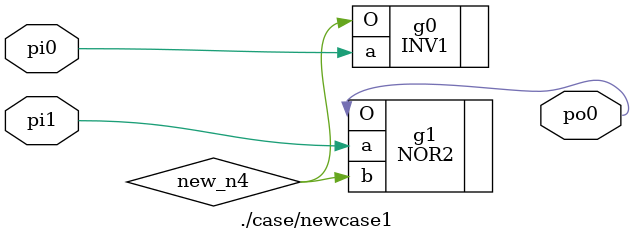
<source format=v>

module \./case/newcase1  ( 
    pi0, pi1,
    po0  );
  input  pi0, pi1;
  output po0;
  wire new_n4;
  INV1  g0(.a(pi0), .O(new_n4));
  NOR2  g1(.a(pi1), .b(new_n4), .O(po0));
endmodule



</source>
